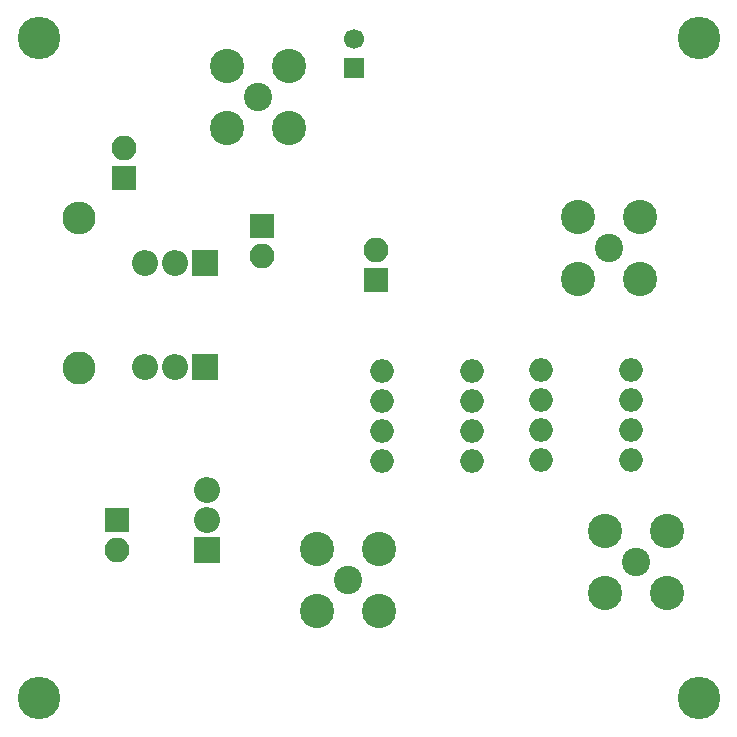
<source format=gbr>
G04 #@! TF.FileFunction,Soldermask,Bot*
%FSLAX46Y46*%
G04 Gerber Fmt 4.6, Leading zero omitted, Abs format (unit mm)*
G04 Created by KiCad (PCBNEW 4.0.6) date Thursday, June 15, 2017 'PMt' 05:18:36 PM*
%MOMM*%
%LPD*%
G01*
G04 APERTURE LIST*
%ADD10C,0.100000*%
%ADD11C,3.600000*%
%ADD12R,1.700000X1.700000*%
%ADD13C,1.700000*%
%ADD14R,2.100000X2.100000*%
%ADD15O,2.100000X2.100000*%
%ADD16R,2.200000X2.200000*%
%ADD17O,2.200000X2.200000*%
%ADD18C,2.800000*%
%ADD19O,2.800000X2.800000*%
%ADD20O,2.000000X2.000000*%
%ADD21C,2.398980*%
%ADD22C,2.900000*%
G04 APERTURE END LIST*
D10*
D11*
X118110000Y-110490000D03*
X173990000Y-110490000D03*
X173990000Y-54610000D03*
D12*
X144780000Y-57150000D03*
D13*
X144780000Y-54650000D03*
D14*
X125349000Y-66421000D03*
D15*
X125349000Y-63881000D03*
D14*
X124714000Y-95377000D03*
D15*
X124714000Y-97917000D03*
D14*
X137033000Y-70485000D03*
D15*
X137033000Y-73025000D03*
D14*
X146685000Y-75057000D03*
D15*
X146685000Y-72517000D03*
D16*
X132207000Y-82423000D03*
D17*
X129667000Y-82423000D03*
X127127000Y-82423000D03*
D16*
X132207000Y-73660000D03*
D17*
X129667000Y-73660000D03*
X127127000Y-73660000D03*
D18*
X121539000Y-82550000D03*
D19*
X121539000Y-69850000D03*
D16*
X132334000Y-97917000D03*
D17*
X132334000Y-95377000D03*
X132334000Y-92837000D03*
D11*
X118110000Y-54610000D03*
D20*
X168260038Y-82721340D03*
X168260038Y-85261340D03*
X168260038Y-87801340D03*
X168260038Y-90341340D03*
X160640038Y-90341340D03*
X160640038Y-87801340D03*
X160640038Y-85261340D03*
X160640038Y-82721340D03*
X154813000Y-82804000D03*
X154813000Y-85344000D03*
X154813000Y-87884000D03*
X154813000Y-90424000D03*
X147193000Y-90424000D03*
X147193000Y-87884000D03*
X147193000Y-85344000D03*
X147193000Y-82804000D03*
D21*
X144272000Y-100457000D03*
D22*
X146897000Y-97832000D03*
X146897000Y-103082000D03*
X141647000Y-97832000D03*
X141647000Y-103082000D03*
D21*
X166370000Y-72390000D03*
D22*
X168995000Y-69765000D03*
X168995000Y-75015000D03*
X163745000Y-69765000D03*
X163745000Y-75015000D03*
D21*
X168656000Y-98933000D03*
D22*
X166031000Y-101558000D03*
X166031000Y-96308000D03*
X171281000Y-101558000D03*
X171281000Y-96308000D03*
D21*
X136652000Y-59563000D03*
D22*
X139277000Y-56938000D03*
X139277000Y-62188000D03*
X134027000Y-56938000D03*
X134027000Y-62188000D03*
M02*

</source>
